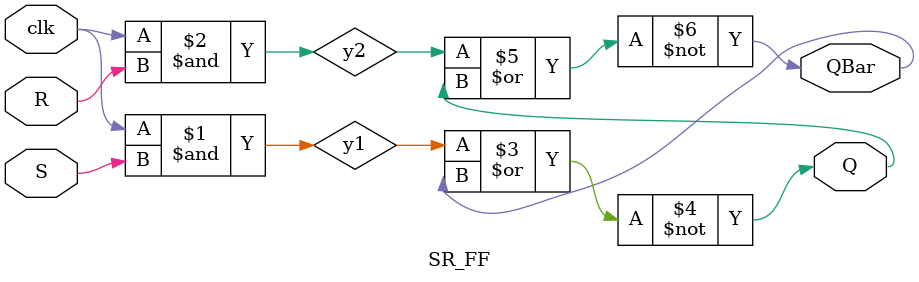
<source format=v>
`timescale 1ns / 1ps


module SR_FF(
input S, R, clk,
output Q, QBar);

wire y1, y2;

and A1(y1,clk,S);
and A2(y2,clk,R);
nor N1(Q,y1,QBar);
nor N2(QBar,y2,Q);


endmodule

</source>
